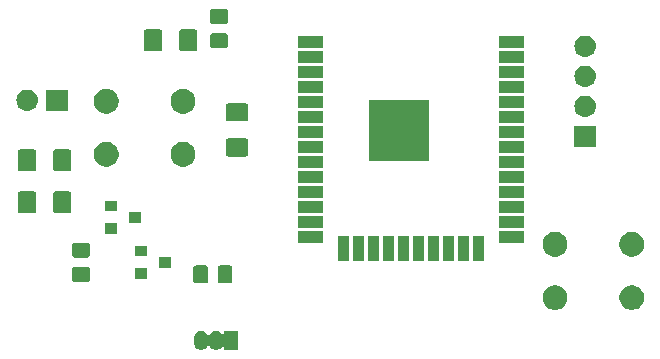
<source format=gbr>
G04 #@! TF.GenerationSoftware,KiCad,Pcbnew,5.1.4-e60b266~84~ubuntu19.04.1*
G04 #@! TF.CreationDate,2019-10-25T19:11:23+03:00*
G04 #@! TF.ProjectId,temp_monitor,74656d70-5f6d-46f6-9e69-746f722e6b69,rev?*
G04 #@! TF.SameCoordinates,Original*
G04 #@! TF.FileFunction,Soldermask,Top*
G04 #@! TF.FilePolarity,Negative*
%FSLAX46Y46*%
G04 Gerber Fmt 4.6, Leading zero omitted, Abs format (unit mm)*
G04 Created by KiCad (PCBNEW 5.1.4-e60b266~84~ubuntu19.04.1) date 2019-10-25 19:11:23*
%MOMM*%
%LPD*%
G04 APERTURE LIST*
%ADD10C,0.100000*%
G04 APERTURE END LIST*
D10*
G36*
X110602916Y-114015334D02*
G01*
X110711492Y-114048271D01*
X110711495Y-114048272D01*
X110747601Y-114067571D01*
X110811557Y-114101756D01*
X110899264Y-114173736D01*
X110962383Y-114250646D01*
X110979702Y-114267965D01*
X111000077Y-114281579D01*
X111022716Y-114290957D01*
X111046749Y-114295737D01*
X111071253Y-114295737D01*
X111095286Y-114290957D01*
X111117925Y-114281579D01*
X111138299Y-114267966D01*
X111155626Y-114250639D01*
X111169240Y-114230264D01*
X111178618Y-114207625D01*
X111183398Y-114183592D01*
X111184000Y-114171340D01*
X111184000Y-114007000D01*
X112336000Y-114007000D01*
X112336000Y-115609000D01*
X111184000Y-115609000D01*
X111184000Y-115444660D01*
X111181598Y-115420274D01*
X111174485Y-115396825D01*
X111162934Y-115375214D01*
X111147389Y-115356272D01*
X111128447Y-115340727D01*
X111106836Y-115329176D01*
X111083387Y-115322063D01*
X111059001Y-115319661D01*
X111034615Y-115322063D01*
X111011166Y-115329176D01*
X110989555Y-115340727D01*
X110962381Y-115365356D01*
X110899264Y-115442264D01*
X110811556Y-115514244D01*
X110747600Y-115548429D01*
X110711494Y-115567728D01*
X110711491Y-115567729D01*
X110602915Y-115600666D01*
X110490000Y-115611787D01*
X110377084Y-115600666D01*
X110268508Y-115567729D01*
X110268505Y-115567728D01*
X110232399Y-115548429D01*
X110168443Y-115514244D01*
X110080736Y-115442264D01*
X110008756Y-115354556D01*
X109965239Y-115273140D01*
X109951625Y-115252766D01*
X109934298Y-115235439D01*
X109913924Y-115221825D01*
X109891285Y-115212448D01*
X109867251Y-115207668D01*
X109842747Y-115207668D01*
X109818714Y-115212449D01*
X109796075Y-115221826D01*
X109775701Y-115235440D01*
X109758374Y-115252767D01*
X109744762Y-115273140D01*
X109701244Y-115354557D01*
X109629264Y-115442264D01*
X109541556Y-115514244D01*
X109477600Y-115548429D01*
X109441494Y-115567728D01*
X109441491Y-115567729D01*
X109332915Y-115600666D01*
X109220000Y-115611787D01*
X109107084Y-115600666D01*
X108998508Y-115567729D01*
X108998505Y-115567728D01*
X108962399Y-115548429D01*
X108898443Y-115514244D01*
X108810736Y-115442264D01*
X108738756Y-115354556D01*
X108695239Y-115273140D01*
X108685272Y-115254494D01*
X108679492Y-115235440D01*
X108652334Y-115145915D01*
X108644000Y-115061297D01*
X108644000Y-114554702D01*
X108652334Y-114470084D01*
X108685271Y-114361508D01*
X108685272Y-114361505D01*
X108738756Y-114261445D01*
X108738757Y-114261443D01*
X108810737Y-114173736D01*
X108898444Y-114101756D01*
X108962400Y-114067571D01*
X108998506Y-114048272D01*
X108998509Y-114048271D01*
X109107085Y-114015334D01*
X109220000Y-114004213D01*
X109332916Y-114015334D01*
X109441492Y-114048271D01*
X109441495Y-114048272D01*
X109477601Y-114067571D01*
X109541557Y-114101756D01*
X109629264Y-114173736D01*
X109701244Y-114261443D01*
X109717019Y-114290957D01*
X109744761Y-114342859D01*
X109758375Y-114363234D01*
X109775702Y-114380561D01*
X109796076Y-114394174D01*
X109818715Y-114403552D01*
X109842748Y-114408332D01*
X109867252Y-114408332D01*
X109891285Y-114403552D01*
X109913924Y-114394174D01*
X109934299Y-114380560D01*
X109951626Y-114363233D01*
X109965239Y-114342859D01*
X110008756Y-114261445D01*
X110008757Y-114261443D01*
X110080737Y-114173736D01*
X110168444Y-114101756D01*
X110232400Y-114067571D01*
X110268506Y-114048272D01*
X110268509Y-114048271D01*
X110377085Y-114015334D01*
X110490000Y-114004213D01*
X110602916Y-114015334D01*
X110602916Y-114015334D01*
G37*
G36*
X139498564Y-110169389D02*
G01*
X139689833Y-110248615D01*
X139689835Y-110248616D01*
X139861973Y-110363635D01*
X140008365Y-110510027D01*
X140123385Y-110682167D01*
X140202611Y-110873436D01*
X140243000Y-111076484D01*
X140243000Y-111283516D01*
X140202611Y-111486564D01*
X140123385Y-111677833D01*
X140123384Y-111677835D01*
X140008365Y-111849973D01*
X139861973Y-111996365D01*
X139689835Y-112111384D01*
X139689834Y-112111385D01*
X139689833Y-112111385D01*
X139498564Y-112190611D01*
X139295516Y-112231000D01*
X139088484Y-112231000D01*
X138885436Y-112190611D01*
X138694167Y-112111385D01*
X138694166Y-112111385D01*
X138694165Y-112111384D01*
X138522027Y-111996365D01*
X138375635Y-111849973D01*
X138260616Y-111677835D01*
X138260615Y-111677833D01*
X138181389Y-111486564D01*
X138141000Y-111283516D01*
X138141000Y-111076484D01*
X138181389Y-110873436D01*
X138260615Y-110682167D01*
X138375635Y-110510027D01*
X138522027Y-110363635D01*
X138694165Y-110248616D01*
X138694167Y-110248615D01*
X138885436Y-110169389D01*
X139088484Y-110129000D01*
X139295516Y-110129000D01*
X139498564Y-110169389D01*
X139498564Y-110169389D01*
G37*
G36*
X145998564Y-110169389D02*
G01*
X146189833Y-110248615D01*
X146189835Y-110248616D01*
X146361973Y-110363635D01*
X146508365Y-110510027D01*
X146623385Y-110682167D01*
X146702611Y-110873436D01*
X146743000Y-111076484D01*
X146743000Y-111283516D01*
X146702611Y-111486564D01*
X146623385Y-111677833D01*
X146623384Y-111677835D01*
X146508365Y-111849973D01*
X146361973Y-111996365D01*
X146189835Y-112111384D01*
X146189834Y-112111385D01*
X146189833Y-112111385D01*
X145998564Y-112190611D01*
X145795516Y-112231000D01*
X145588484Y-112231000D01*
X145385436Y-112190611D01*
X145194167Y-112111385D01*
X145194166Y-112111385D01*
X145194165Y-112111384D01*
X145022027Y-111996365D01*
X144875635Y-111849973D01*
X144760616Y-111677835D01*
X144760615Y-111677833D01*
X144681389Y-111486564D01*
X144641000Y-111283516D01*
X144641000Y-111076484D01*
X144681389Y-110873436D01*
X144760615Y-110682167D01*
X144875635Y-110510027D01*
X145022027Y-110363635D01*
X145194165Y-110248616D01*
X145194167Y-110248615D01*
X145385436Y-110169389D01*
X145588484Y-110129000D01*
X145795516Y-110129000D01*
X145998564Y-110169389D01*
X145998564Y-110169389D01*
G37*
G36*
X109665674Y-108473465D02*
G01*
X109703367Y-108484899D01*
X109738103Y-108503466D01*
X109768548Y-108528452D01*
X109793534Y-108558897D01*
X109812101Y-108593633D01*
X109823535Y-108631326D01*
X109828000Y-108676661D01*
X109828000Y-109763339D01*
X109823535Y-109808674D01*
X109812101Y-109846367D01*
X109793534Y-109881103D01*
X109768548Y-109911548D01*
X109738103Y-109936534D01*
X109703367Y-109955101D01*
X109665674Y-109966535D01*
X109620339Y-109971000D01*
X108783661Y-109971000D01*
X108738326Y-109966535D01*
X108700633Y-109955101D01*
X108665897Y-109936534D01*
X108635452Y-109911548D01*
X108610466Y-109881103D01*
X108591899Y-109846367D01*
X108580465Y-109808674D01*
X108576000Y-109763339D01*
X108576000Y-108676661D01*
X108580465Y-108631326D01*
X108591899Y-108593633D01*
X108610466Y-108558897D01*
X108635452Y-108528452D01*
X108665897Y-108503466D01*
X108700633Y-108484899D01*
X108738326Y-108473465D01*
X108783661Y-108469000D01*
X109620339Y-108469000D01*
X109665674Y-108473465D01*
X109665674Y-108473465D01*
G37*
G36*
X111715674Y-108473465D02*
G01*
X111753367Y-108484899D01*
X111788103Y-108503466D01*
X111818548Y-108528452D01*
X111843534Y-108558897D01*
X111862101Y-108593633D01*
X111873535Y-108631326D01*
X111878000Y-108676661D01*
X111878000Y-109763339D01*
X111873535Y-109808674D01*
X111862101Y-109846367D01*
X111843534Y-109881103D01*
X111818548Y-109911548D01*
X111788103Y-109936534D01*
X111753367Y-109955101D01*
X111715674Y-109966535D01*
X111670339Y-109971000D01*
X110833661Y-109971000D01*
X110788326Y-109966535D01*
X110750633Y-109955101D01*
X110715897Y-109936534D01*
X110685452Y-109911548D01*
X110660466Y-109881103D01*
X110641899Y-109846367D01*
X110630465Y-109808674D01*
X110626000Y-109763339D01*
X110626000Y-108676661D01*
X110630465Y-108631326D01*
X110641899Y-108593633D01*
X110660466Y-108558897D01*
X110685452Y-108528452D01*
X110715897Y-108503466D01*
X110750633Y-108484899D01*
X110788326Y-108473465D01*
X110833661Y-108469000D01*
X111670339Y-108469000D01*
X111715674Y-108473465D01*
X111715674Y-108473465D01*
G37*
G36*
X99648674Y-108598465D02*
G01*
X99686367Y-108609899D01*
X99721103Y-108628466D01*
X99751548Y-108653452D01*
X99776534Y-108683897D01*
X99795101Y-108718633D01*
X99806535Y-108756326D01*
X99811000Y-108801661D01*
X99811000Y-109638339D01*
X99806535Y-109683674D01*
X99795101Y-109721367D01*
X99776534Y-109756103D01*
X99751548Y-109786548D01*
X99721103Y-109811534D01*
X99686367Y-109830101D01*
X99648674Y-109841535D01*
X99603339Y-109846000D01*
X98516661Y-109846000D01*
X98471326Y-109841535D01*
X98433633Y-109830101D01*
X98398897Y-109811534D01*
X98368452Y-109786548D01*
X98343466Y-109756103D01*
X98324899Y-109721367D01*
X98313465Y-109683674D01*
X98309000Y-109638339D01*
X98309000Y-108801661D01*
X98313465Y-108756326D01*
X98324899Y-108718633D01*
X98343466Y-108683897D01*
X98368452Y-108653452D01*
X98398897Y-108628466D01*
X98433633Y-108609899D01*
X98471326Y-108598465D01*
X98516661Y-108594000D01*
X99603339Y-108594000D01*
X99648674Y-108598465D01*
X99648674Y-108598465D01*
G37*
G36*
X104657000Y-109605000D02*
G01*
X103655000Y-109605000D01*
X103655000Y-108703000D01*
X104657000Y-108703000D01*
X104657000Y-109605000D01*
X104657000Y-109605000D01*
G37*
G36*
X106657000Y-108655000D02*
G01*
X105655000Y-108655000D01*
X105655000Y-107753000D01*
X106657000Y-107753000D01*
X106657000Y-108655000D01*
X106657000Y-108655000D01*
G37*
G36*
X121786000Y-108096000D02*
G01*
X120784000Y-108096000D01*
X120784000Y-105994000D01*
X121786000Y-105994000D01*
X121786000Y-108096000D01*
X121786000Y-108096000D01*
G37*
G36*
X126866000Y-108096000D02*
G01*
X125864000Y-108096000D01*
X125864000Y-105994000D01*
X126866000Y-105994000D01*
X126866000Y-108096000D01*
X126866000Y-108096000D01*
G37*
G36*
X128136000Y-108096000D02*
G01*
X127134000Y-108096000D01*
X127134000Y-105994000D01*
X128136000Y-105994000D01*
X128136000Y-108096000D01*
X128136000Y-108096000D01*
G37*
G36*
X129406000Y-108096000D02*
G01*
X128404000Y-108096000D01*
X128404000Y-105994000D01*
X129406000Y-105994000D01*
X129406000Y-108096000D01*
X129406000Y-108096000D01*
G37*
G36*
X130676000Y-108096000D02*
G01*
X129674000Y-108096000D01*
X129674000Y-105994000D01*
X130676000Y-105994000D01*
X130676000Y-108096000D01*
X130676000Y-108096000D01*
G37*
G36*
X131946000Y-108096000D02*
G01*
X130944000Y-108096000D01*
X130944000Y-105994000D01*
X131946000Y-105994000D01*
X131946000Y-108096000D01*
X131946000Y-108096000D01*
G37*
G36*
X133216000Y-108096000D02*
G01*
X132214000Y-108096000D01*
X132214000Y-105994000D01*
X133216000Y-105994000D01*
X133216000Y-108096000D01*
X133216000Y-108096000D01*
G37*
G36*
X124326000Y-108096000D02*
G01*
X123324000Y-108096000D01*
X123324000Y-105994000D01*
X124326000Y-105994000D01*
X124326000Y-108096000D01*
X124326000Y-108096000D01*
G37*
G36*
X123056000Y-108096000D02*
G01*
X122054000Y-108096000D01*
X122054000Y-105994000D01*
X123056000Y-105994000D01*
X123056000Y-108096000D01*
X123056000Y-108096000D01*
G37*
G36*
X125596000Y-108096000D02*
G01*
X124594000Y-108096000D01*
X124594000Y-105994000D01*
X125596000Y-105994000D01*
X125596000Y-108096000D01*
X125596000Y-108096000D01*
G37*
G36*
X99648674Y-106548465D02*
G01*
X99686367Y-106559899D01*
X99721103Y-106578466D01*
X99751548Y-106603452D01*
X99776534Y-106633897D01*
X99795101Y-106668633D01*
X99806535Y-106706326D01*
X99811000Y-106751661D01*
X99811000Y-107588339D01*
X99806535Y-107633674D01*
X99795101Y-107671367D01*
X99776534Y-107706103D01*
X99751548Y-107736548D01*
X99721103Y-107761534D01*
X99686367Y-107780101D01*
X99648674Y-107791535D01*
X99603339Y-107796000D01*
X98516661Y-107796000D01*
X98471326Y-107791535D01*
X98433633Y-107780101D01*
X98398897Y-107761534D01*
X98368452Y-107736548D01*
X98343466Y-107706103D01*
X98324899Y-107671367D01*
X98313465Y-107633674D01*
X98309000Y-107588339D01*
X98309000Y-106751661D01*
X98313465Y-106706326D01*
X98324899Y-106668633D01*
X98343466Y-106633897D01*
X98368452Y-106603452D01*
X98398897Y-106578466D01*
X98433633Y-106559899D01*
X98471326Y-106548465D01*
X98516661Y-106544000D01*
X99603339Y-106544000D01*
X99648674Y-106548465D01*
X99648674Y-106548465D01*
G37*
G36*
X145998564Y-105669389D02*
G01*
X146189833Y-105748615D01*
X146189835Y-105748616D01*
X146361973Y-105863635D01*
X146508365Y-106010027D01*
X146623385Y-106182167D01*
X146702611Y-106373436D01*
X146743000Y-106576484D01*
X146743000Y-106783516D01*
X146702611Y-106986564D01*
X146623385Y-107177833D01*
X146623384Y-107177835D01*
X146508365Y-107349973D01*
X146361973Y-107496365D01*
X146189835Y-107611384D01*
X146189834Y-107611385D01*
X146189833Y-107611385D01*
X145998564Y-107690611D01*
X145795516Y-107731000D01*
X145588484Y-107731000D01*
X145385436Y-107690611D01*
X145194167Y-107611385D01*
X145194166Y-107611385D01*
X145194165Y-107611384D01*
X145022027Y-107496365D01*
X144875635Y-107349973D01*
X144760616Y-107177835D01*
X144760615Y-107177833D01*
X144681389Y-106986564D01*
X144641000Y-106783516D01*
X144641000Y-106576484D01*
X144681389Y-106373436D01*
X144760615Y-106182167D01*
X144875635Y-106010027D01*
X145022027Y-105863635D01*
X145194165Y-105748616D01*
X145194167Y-105748615D01*
X145385436Y-105669389D01*
X145588484Y-105629000D01*
X145795516Y-105629000D01*
X145998564Y-105669389D01*
X145998564Y-105669389D01*
G37*
G36*
X139498564Y-105669389D02*
G01*
X139689833Y-105748615D01*
X139689835Y-105748616D01*
X139861973Y-105863635D01*
X140008365Y-106010027D01*
X140123385Y-106182167D01*
X140202611Y-106373436D01*
X140243000Y-106576484D01*
X140243000Y-106783516D01*
X140202611Y-106986564D01*
X140123385Y-107177833D01*
X140123384Y-107177835D01*
X140008365Y-107349973D01*
X139861973Y-107496365D01*
X139689835Y-107611384D01*
X139689834Y-107611385D01*
X139689833Y-107611385D01*
X139498564Y-107690611D01*
X139295516Y-107731000D01*
X139088484Y-107731000D01*
X138885436Y-107690611D01*
X138694167Y-107611385D01*
X138694166Y-107611385D01*
X138694165Y-107611384D01*
X138522027Y-107496365D01*
X138375635Y-107349973D01*
X138260616Y-107177835D01*
X138260615Y-107177833D01*
X138181389Y-106986564D01*
X138141000Y-106783516D01*
X138141000Y-106576484D01*
X138181389Y-106373436D01*
X138260615Y-106182167D01*
X138375635Y-106010027D01*
X138522027Y-105863635D01*
X138694165Y-105748616D01*
X138694167Y-105748615D01*
X138885436Y-105669389D01*
X139088484Y-105629000D01*
X139295516Y-105629000D01*
X139498564Y-105669389D01*
X139498564Y-105669389D01*
G37*
G36*
X104657000Y-107705000D02*
G01*
X103655000Y-107705000D01*
X103655000Y-106803000D01*
X104657000Y-106803000D01*
X104657000Y-107705000D01*
X104657000Y-107705000D01*
G37*
G36*
X136551000Y-106546000D02*
G01*
X134449000Y-106546000D01*
X134449000Y-105544000D01*
X136551000Y-105544000D01*
X136551000Y-106546000D01*
X136551000Y-106546000D01*
G37*
G36*
X119551000Y-106546000D02*
G01*
X117449000Y-106546000D01*
X117449000Y-105544000D01*
X119551000Y-105544000D01*
X119551000Y-106546000D01*
X119551000Y-106546000D01*
G37*
G36*
X102117000Y-105795000D02*
G01*
X101115000Y-105795000D01*
X101115000Y-104893000D01*
X102117000Y-104893000D01*
X102117000Y-105795000D01*
X102117000Y-105795000D01*
G37*
G36*
X136551000Y-105276000D02*
G01*
X134449000Y-105276000D01*
X134449000Y-104274000D01*
X136551000Y-104274000D01*
X136551000Y-105276000D01*
X136551000Y-105276000D01*
G37*
G36*
X119551000Y-105276000D02*
G01*
X117449000Y-105276000D01*
X117449000Y-104274000D01*
X119551000Y-104274000D01*
X119551000Y-105276000D01*
X119551000Y-105276000D01*
G37*
G36*
X104117000Y-104845000D02*
G01*
X103115000Y-104845000D01*
X103115000Y-103943000D01*
X104117000Y-103943000D01*
X104117000Y-104845000D01*
X104117000Y-104845000D01*
G37*
G36*
X98076062Y-102202181D02*
G01*
X98110981Y-102212774D01*
X98143163Y-102229976D01*
X98171373Y-102253127D01*
X98194524Y-102281337D01*
X98211726Y-102313519D01*
X98222319Y-102348438D01*
X98226500Y-102390895D01*
X98226500Y-103857105D01*
X98222319Y-103899562D01*
X98211726Y-103934481D01*
X98194524Y-103966663D01*
X98171373Y-103994873D01*
X98143163Y-104018024D01*
X98110981Y-104035226D01*
X98076062Y-104045819D01*
X98033605Y-104050000D01*
X96892395Y-104050000D01*
X96849938Y-104045819D01*
X96815019Y-104035226D01*
X96782837Y-104018024D01*
X96754627Y-103994873D01*
X96731476Y-103966663D01*
X96714274Y-103934481D01*
X96703681Y-103899562D01*
X96699500Y-103857105D01*
X96699500Y-102390895D01*
X96703681Y-102348438D01*
X96714274Y-102313519D01*
X96731476Y-102281337D01*
X96754627Y-102253127D01*
X96782837Y-102229976D01*
X96815019Y-102212774D01*
X96849938Y-102202181D01*
X96892395Y-102198000D01*
X98033605Y-102198000D01*
X98076062Y-102202181D01*
X98076062Y-102202181D01*
G37*
G36*
X95101062Y-102202181D02*
G01*
X95135981Y-102212774D01*
X95168163Y-102229976D01*
X95196373Y-102253127D01*
X95219524Y-102281337D01*
X95236726Y-102313519D01*
X95247319Y-102348438D01*
X95251500Y-102390895D01*
X95251500Y-103857105D01*
X95247319Y-103899562D01*
X95236726Y-103934481D01*
X95219524Y-103966663D01*
X95196373Y-103994873D01*
X95168163Y-104018024D01*
X95135981Y-104035226D01*
X95101062Y-104045819D01*
X95058605Y-104050000D01*
X93917395Y-104050000D01*
X93874938Y-104045819D01*
X93840019Y-104035226D01*
X93807837Y-104018024D01*
X93779627Y-103994873D01*
X93756476Y-103966663D01*
X93739274Y-103934481D01*
X93728681Y-103899562D01*
X93724500Y-103857105D01*
X93724500Y-102390895D01*
X93728681Y-102348438D01*
X93739274Y-102313519D01*
X93756476Y-102281337D01*
X93779627Y-102253127D01*
X93807837Y-102229976D01*
X93840019Y-102212774D01*
X93874938Y-102202181D01*
X93917395Y-102198000D01*
X95058605Y-102198000D01*
X95101062Y-102202181D01*
X95101062Y-102202181D01*
G37*
G36*
X119551000Y-104006000D02*
G01*
X117449000Y-104006000D01*
X117449000Y-103004000D01*
X119551000Y-103004000D01*
X119551000Y-104006000D01*
X119551000Y-104006000D01*
G37*
G36*
X136551000Y-104006000D02*
G01*
X134449000Y-104006000D01*
X134449000Y-103004000D01*
X136551000Y-103004000D01*
X136551000Y-104006000D01*
X136551000Y-104006000D01*
G37*
G36*
X102117000Y-103895000D02*
G01*
X101115000Y-103895000D01*
X101115000Y-102993000D01*
X102117000Y-102993000D01*
X102117000Y-103895000D01*
X102117000Y-103895000D01*
G37*
G36*
X136551000Y-102736000D02*
G01*
X134449000Y-102736000D01*
X134449000Y-101734000D01*
X136551000Y-101734000D01*
X136551000Y-102736000D01*
X136551000Y-102736000D01*
G37*
G36*
X119551000Y-102736000D02*
G01*
X117449000Y-102736000D01*
X117449000Y-101734000D01*
X119551000Y-101734000D01*
X119551000Y-102736000D01*
X119551000Y-102736000D01*
G37*
G36*
X119551000Y-101466000D02*
G01*
X117449000Y-101466000D01*
X117449000Y-100464000D01*
X119551000Y-100464000D01*
X119551000Y-101466000D01*
X119551000Y-101466000D01*
G37*
G36*
X136551000Y-101466000D02*
G01*
X134449000Y-101466000D01*
X134449000Y-100464000D01*
X136551000Y-100464000D01*
X136551000Y-101466000D01*
X136551000Y-101466000D01*
G37*
G36*
X98076062Y-98646181D02*
G01*
X98110981Y-98656774D01*
X98143163Y-98673976D01*
X98171373Y-98697127D01*
X98194524Y-98725337D01*
X98211726Y-98757519D01*
X98222319Y-98792438D01*
X98226500Y-98834895D01*
X98226500Y-100301105D01*
X98222319Y-100343562D01*
X98211726Y-100378481D01*
X98194524Y-100410663D01*
X98171373Y-100438873D01*
X98143163Y-100462024D01*
X98110981Y-100479226D01*
X98076062Y-100489819D01*
X98033605Y-100494000D01*
X96892395Y-100494000D01*
X96849938Y-100489819D01*
X96815019Y-100479226D01*
X96782837Y-100462024D01*
X96754627Y-100438873D01*
X96731476Y-100410663D01*
X96714274Y-100378481D01*
X96703681Y-100343562D01*
X96699500Y-100301105D01*
X96699500Y-98834895D01*
X96703681Y-98792438D01*
X96714274Y-98757519D01*
X96731476Y-98725337D01*
X96754627Y-98697127D01*
X96782837Y-98673976D01*
X96815019Y-98656774D01*
X96849938Y-98646181D01*
X96892395Y-98642000D01*
X98033605Y-98642000D01*
X98076062Y-98646181D01*
X98076062Y-98646181D01*
G37*
G36*
X95101062Y-98646181D02*
G01*
X95135981Y-98656774D01*
X95168163Y-98673976D01*
X95196373Y-98697127D01*
X95219524Y-98725337D01*
X95236726Y-98757519D01*
X95247319Y-98792438D01*
X95251500Y-98834895D01*
X95251500Y-100301105D01*
X95247319Y-100343562D01*
X95236726Y-100378481D01*
X95219524Y-100410663D01*
X95196373Y-100438873D01*
X95168163Y-100462024D01*
X95135981Y-100479226D01*
X95101062Y-100489819D01*
X95058605Y-100494000D01*
X93917395Y-100494000D01*
X93874938Y-100489819D01*
X93840019Y-100479226D01*
X93807837Y-100462024D01*
X93779627Y-100438873D01*
X93756476Y-100410663D01*
X93739274Y-100378481D01*
X93728681Y-100343562D01*
X93724500Y-100301105D01*
X93724500Y-98834895D01*
X93728681Y-98792438D01*
X93739274Y-98757519D01*
X93756476Y-98725337D01*
X93779627Y-98697127D01*
X93807837Y-98673976D01*
X93840019Y-98656774D01*
X93874938Y-98646181D01*
X93917395Y-98642000D01*
X95058605Y-98642000D01*
X95101062Y-98646181D01*
X95101062Y-98646181D01*
G37*
G36*
X136551000Y-100196000D02*
G01*
X134449000Y-100196000D01*
X134449000Y-99194000D01*
X136551000Y-99194000D01*
X136551000Y-100196000D01*
X136551000Y-100196000D01*
G37*
G36*
X119551000Y-100196000D02*
G01*
X117449000Y-100196000D01*
X117449000Y-99194000D01*
X119551000Y-99194000D01*
X119551000Y-100196000D01*
X119551000Y-100196000D01*
G37*
G36*
X101502564Y-98049389D02*
G01*
X101693833Y-98128615D01*
X101693835Y-98128616D01*
X101865973Y-98243635D01*
X102012365Y-98390027D01*
X102127385Y-98562167D01*
X102206611Y-98753436D01*
X102247000Y-98956484D01*
X102247000Y-99163516D01*
X102206611Y-99366564D01*
X102127385Y-99557833D01*
X102127384Y-99557835D01*
X102012365Y-99729973D01*
X101865973Y-99876365D01*
X101693835Y-99991384D01*
X101693834Y-99991385D01*
X101693833Y-99991385D01*
X101502564Y-100070611D01*
X101299516Y-100111000D01*
X101092484Y-100111000D01*
X100889436Y-100070611D01*
X100698167Y-99991385D01*
X100698166Y-99991385D01*
X100698165Y-99991384D01*
X100526027Y-99876365D01*
X100379635Y-99729973D01*
X100264616Y-99557835D01*
X100264615Y-99557833D01*
X100185389Y-99366564D01*
X100145000Y-99163516D01*
X100145000Y-98956484D01*
X100185389Y-98753436D01*
X100264615Y-98562167D01*
X100379635Y-98390027D01*
X100526027Y-98243635D01*
X100698165Y-98128616D01*
X100698167Y-98128615D01*
X100889436Y-98049389D01*
X101092484Y-98009000D01*
X101299516Y-98009000D01*
X101502564Y-98049389D01*
X101502564Y-98049389D01*
G37*
G36*
X108002564Y-98049389D02*
G01*
X108193833Y-98128615D01*
X108193835Y-98128616D01*
X108365973Y-98243635D01*
X108512365Y-98390027D01*
X108627385Y-98562167D01*
X108706611Y-98753436D01*
X108747000Y-98956484D01*
X108747000Y-99163516D01*
X108706611Y-99366564D01*
X108627385Y-99557833D01*
X108627384Y-99557835D01*
X108512365Y-99729973D01*
X108365973Y-99876365D01*
X108193835Y-99991384D01*
X108193834Y-99991385D01*
X108193833Y-99991385D01*
X108002564Y-100070611D01*
X107799516Y-100111000D01*
X107592484Y-100111000D01*
X107389436Y-100070611D01*
X107198167Y-99991385D01*
X107198166Y-99991385D01*
X107198165Y-99991384D01*
X107026027Y-99876365D01*
X106879635Y-99729973D01*
X106764616Y-99557835D01*
X106764615Y-99557833D01*
X106685389Y-99366564D01*
X106645000Y-99163516D01*
X106645000Y-98956484D01*
X106685389Y-98753436D01*
X106764615Y-98562167D01*
X106879635Y-98390027D01*
X107026027Y-98243635D01*
X107198165Y-98128616D01*
X107198167Y-98128615D01*
X107389436Y-98049389D01*
X107592484Y-98009000D01*
X107799516Y-98009000D01*
X108002564Y-98049389D01*
X108002564Y-98049389D01*
G37*
G36*
X128551000Y-99586000D02*
G01*
X123449000Y-99586000D01*
X123449000Y-94484000D01*
X128551000Y-94484000D01*
X128551000Y-99586000D01*
X128551000Y-99586000D01*
G37*
G36*
X113043562Y-97719681D02*
G01*
X113078481Y-97730274D01*
X113110663Y-97747476D01*
X113138873Y-97770627D01*
X113162024Y-97798837D01*
X113179226Y-97831019D01*
X113189819Y-97865938D01*
X113194000Y-97908395D01*
X113194000Y-99049605D01*
X113189819Y-99092062D01*
X113179226Y-99126981D01*
X113162024Y-99159163D01*
X113138873Y-99187373D01*
X113110663Y-99210524D01*
X113078481Y-99227726D01*
X113043562Y-99238319D01*
X113001105Y-99242500D01*
X111534895Y-99242500D01*
X111492438Y-99238319D01*
X111457519Y-99227726D01*
X111425337Y-99210524D01*
X111397127Y-99187373D01*
X111373976Y-99159163D01*
X111356774Y-99126981D01*
X111346181Y-99092062D01*
X111342000Y-99049605D01*
X111342000Y-97908395D01*
X111346181Y-97865938D01*
X111356774Y-97831019D01*
X111373976Y-97798837D01*
X111397127Y-97770627D01*
X111425337Y-97747476D01*
X111457519Y-97730274D01*
X111492438Y-97719681D01*
X111534895Y-97715500D01*
X113001105Y-97715500D01*
X113043562Y-97719681D01*
X113043562Y-97719681D01*
G37*
G36*
X119551000Y-98926000D02*
G01*
X117449000Y-98926000D01*
X117449000Y-97924000D01*
X119551000Y-97924000D01*
X119551000Y-98926000D01*
X119551000Y-98926000D01*
G37*
G36*
X136551000Y-98926000D02*
G01*
X134449000Y-98926000D01*
X134449000Y-97924000D01*
X136551000Y-97924000D01*
X136551000Y-98926000D01*
X136551000Y-98926000D01*
G37*
G36*
X142633000Y-98437000D02*
G01*
X140831000Y-98437000D01*
X140831000Y-96635000D01*
X142633000Y-96635000D01*
X142633000Y-98437000D01*
X142633000Y-98437000D01*
G37*
G36*
X136551000Y-97656000D02*
G01*
X134449000Y-97656000D01*
X134449000Y-96654000D01*
X136551000Y-96654000D01*
X136551000Y-97656000D01*
X136551000Y-97656000D01*
G37*
G36*
X119551000Y-97656000D02*
G01*
X117449000Y-97656000D01*
X117449000Y-96654000D01*
X119551000Y-96654000D01*
X119551000Y-97656000D01*
X119551000Y-97656000D01*
G37*
G36*
X119551000Y-96386000D02*
G01*
X117449000Y-96386000D01*
X117449000Y-95384000D01*
X119551000Y-95384000D01*
X119551000Y-96386000D01*
X119551000Y-96386000D01*
G37*
G36*
X136551000Y-96386000D02*
G01*
X134449000Y-96386000D01*
X134449000Y-95384000D01*
X136551000Y-95384000D01*
X136551000Y-96386000D01*
X136551000Y-96386000D01*
G37*
G36*
X113043562Y-94744681D02*
G01*
X113078481Y-94755274D01*
X113110663Y-94772476D01*
X113138873Y-94795627D01*
X113162024Y-94823837D01*
X113179226Y-94856019D01*
X113189819Y-94890938D01*
X113194000Y-94933395D01*
X113194000Y-96074605D01*
X113189819Y-96117062D01*
X113179226Y-96151981D01*
X113162024Y-96184163D01*
X113138873Y-96212373D01*
X113110663Y-96235524D01*
X113078481Y-96252726D01*
X113043562Y-96263319D01*
X113001105Y-96267500D01*
X111534895Y-96267500D01*
X111492438Y-96263319D01*
X111457519Y-96252726D01*
X111425337Y-96235524D01*
X111397127Y-96212373D01*
X111373976Y-96184163D01*
X111356774Y-96151981D01*
X111346181Y-96117062D01*
X111342000Y-96074605D01*
X111342000Y-94933395D01*
X111346181Y-94890938D01*
X111356774Y-94856019D01*
X111373976Y-94823837D01*
X111397127Y-94795627D01*
X111425337Y-94772476D01*
X111457519Y-94755274D01*
X111492438Y-94744681D01*
X111534895Y-94740500D01*
X113001105Y-94740500D01*
X113043562Y-94744681D01*
X113043562Y-94744681D01*
G37*
G36*
X141842442Y-94101518D02*
G01*
X141908627Y-94108037D01*
X142078466Y-94159557D01*
X142234991Y-94243222D01*
X142270729Y-94272552D01*
X142372186Y-94355814D01*
X142454804Y-94456486D01*
X142484778Y-94493009D01*
X142568443Y-94649534D01*
X142619963Y-94819373D01*
X142637359Y-94996000D01*
X142619963Y-95172627D01*
X142573910Y-95324443D01*
X142568442Y-95342468D01*
X142546242Y-95384000D01*
X142484778Y-95498991D01*
X142455448Y-95534729D01*
X142372186Y-95636186D01*
X142270729Y-95719448D01*
X142234991Y-95748778D01*
X142078466Y-95832443D01*
X141908627Y-95883963D01*
X141842442Y-95890482D01*
X141776260Y-95897000D01*
X141687740Y-95897000D01*
X141621557Y-95890481D01*
X141555373Y-95883963D01*
X141385534Y-95832443D01*
X141229009Y-95748778D01*
X141193271Y-95719448D01*
X141091814Y-95636186D01*
X141008552Y-95534729D01*
X140979222Y-95498991D01*
X140917758Y-95384000D01*
X140895558Y-95342468D01*
X140890090Y-95324443D01*
X140844037Y-95172627D01*
X140826641Y-94996000D01*
X140844037Y-94819373D01*
X140895557Y-94649534D01*
X140979222Y-94493009D01*
X141009196Y-94456486D01*
X141091814Y-94355814D01*
X141193271Y-94272552D01*
X141229009Y-94243222D01*
X141385534Y-94159557D01*
X141555373Y-94108037D01*
X141621558Y-94101518D01*
X141687740Y-94095000D01*
X141776260Y-94095000D01*
X141842442Y-94101518D01*
X141842442Y-94101518D01*
G37*
G36*
X108002564Y-93549389D02*
G01*
X108124839Y-93600037D01*
X108193835Y-93628616D01*
X108228170Y-93651558D01*
X108365973Y-93743635D01*
X108512365Y-93890027D01*
X108627385Y-94062167D01*
X108706611Y-94253436D01*
X108747000Y-94456484D01*
X108747000Y-94663516D01*
X108706611Y-94866564D01*
X108652997Y-94996000D01*
X108627384Y-95057835D01*
X108512365Y-95229973D01*
X108365973Y-95376365D01*
X108193835Y-95491384D01*
X108193834Y-95491385D01*
X108193833Y-95491385D01*
X108002564Y-95570611D01*
X107799516Y-95611000D01*
X107592484Y-95611000D01*
X107389436Y-95570611D01*
X107198167Y-95491385D01*
X107198166Y-95491385D01*
X107198165Y-95491384D01*
X107026027Y-95376365D01*
X106879635Y-95229973D01*
X106764616Y-95057835D01*
X106739003Y-94996000D01*
X106685389Y-94866564D01*
X106645000Y-94663516D01*
X106645000Y-94456484D01*
X106685389Y-94253436D01*
X106764615Y-94062167D01*
X106879635Y-93890027D01*
X107026027Y-93743635D01*
X107163830Y-93651558D01*
X107198165Y-93628616D01*
X107267161Y-93600037D01*
X107389436Y-93549389D01*
X107592484Y-93509000D01*
X107799516Y-93509000D01*
X108002564Y-93549389D01*
X108002564Y-93549389D01*
G37*
G36*
X101502564Y-93549389D02*
G01*
X101624839Y-93600037D01*
X101693835Y-93628616D01*
X101728170Y-93651558D01*
X101865973Y-93743635D01*
X102012365Y-93890027D01*
X102127385Y-94062167D01*
X102206611Y-94253436D01*
X102247000Y-94456484D01*
X102247000Y-94663516D01*
X102206611Y-94866564D01*
X102152997Y-94996000D01*
X102127384Y-95057835D01*
X102012365Y-95229973D01*
X101865973Y-95376365D01*
X101693835Y-95491384D01*
X101693834Y-95491385D01*
X101693833Y-95491385D01*
X101502564Y-95570611D01*
X101299516Y-95611000D01*
X101092484Y-95611000D01*
X100889436Y-95570611D01*
X100698167Y-95491385D01*
X100698166Y-95491385D01*
X100698165Y-95491384D01*
X100526027Y-95376365D01*
X100379635Y-95229973D01*
X100264616Y-95057835D01*
X100239003Y-94996000D01*
X100185389Y-94866564D01*
X100145000Y-94663516D01*
X100145000Y-94456484D01*
X100185389Y-94253436D01*
X100264615Y-94062167D01*
X100379635Y-93890027D01*
X100526027Y-93743635D01*
X100663830Y-93651558D01*
X100698165Y-93628616D01*
X100767161Y-93600037D01*
X100889436Y-93549389D01*
X101092484Y-93509000D01*
X101299516Y-93509000D01*
X101502564Y-93549389D01*
X101502564Y-93549389D01*
G37*
G36*
X97929000Y-95389000D02*
G01*
X96127000Y-95389000D01*
X96127000Y-93587000D01*
X97929000Y-93587000D01*
X97929000Y-95389000D01*
X97929000Y-95389000D01*
G37*
G36*
X94598442Y-93593518D02*
G01*
X94664627Y-93600037D01*
X94834466Y-93651557D01*
X94990991Y-93735222D01*
X95001242Y-93743635D01*
X95128186Y-93847814D01*
X95211448Y-93949271D01*
X95240778Y-93985009D01*
X95324443Y-94141534D01*
X95375963Y-94311373D01*
X95393359Y-94488000D01*
X95375963Y-94664627D01*
X95324443Y-94834466D01*
X95240778Y-94990991D01*
X95211448Y-95026729D01*
X95128186Y-95128186D01*
X95026729Y-95211448D01*
X94990991Y-95240778D01*
X94834466Y-95324443D01*
X94664627Y-95375963D01*
X94598443Y-95382481D01*
X94532260Y-95389000D01*
X94443740Y-95389000D01*
X94377557Y-95382481D01*
X94311373Y-95375963D01*
X94141534Y-95324443D01*
X93985009Y-95240778D01*
X93949271Y-95211448D01*
X93847814Y-95128186D01*
X93764552Y-95026729D01*
X93735222Y-94990991D01*
X93651557Y-94834466D01*
X93600037Y-94664627D01*
X93582641Y-94488000D01*
X93600037Y-94311373D01*
X93651557Y-94141534D01*
X93735222Y-93985009D01*
X93764552Y-93949271D01*
X93847814Y-93847814D01*
X93974758Y-93743635D01*
X93985009Y-93735222D01*
X94141534Y-93651557D01*
X94311373Y-93600037D01*
X94377558Y-93593518D01*
X94443740Y-93587000D01*
X94532260Y-93587000D01*
X94598442Y-93593518D01*
X94598442Y-93593518D01*
G37*
G36*
X119551000Y-95116000D02*
G01*
X117449000Y-95116000D01*
X117449000Y-94114000D01*
X119551000Y-94114000D01*
X119551000Y-95116000D01*
X119551000Y-95116000D01*
G37*
G36*
X136551000Y-95116000D02*
G01*
X134449000Y-95116000D01*
X134449000Y-94114000D01*
X136551000Y-94114000D01*
X136551000Y-95116000D01*
X136551000Y-95116000D01*
G37*
G36*
X136551000Y-93846000D02*
G01*
X134449000Y-93846000D01*
X134449000Y-92844000D01*
X136551000Y-92844000D01*
X136551000Y-93846000D01*
X136551000Y-93846000D01*
G37*
G36*
X119551000Y-93846000D02*
G01*
X117449000Y-93846000D01*
X117449000Y-92844000D01*
X119551000Y-92844000D01*
X119551000Y-93846000D01*
X119551000Y-93846000D01*
G37*
G36*
X141842443Y-91561519D02*
G01*
X141908627Y-91568037D01*
X142078466Y-91619557D01*
X142234991Y-91703222D01*
X142270729Y-91732552D01*
X142372186Y-91815814D01*
X142455448Y-91917271D01*
X142484778Y-91953009D01*
X142568443Y-92109534D01*
X142619963Y-92279373D01*
X142637359Y-92456000D01*
X142619963Y-92632627D01*
X142568443Y-92802466D01*
X142484778Y-92958991D01*
X142455448Y-92994729D01*
X142372186Y-93096186D01*
X142270729Y-93179448D01*
X142234991Y-93208778D01*
X142078466Y-93292443D01*
X141908627Y-93343963D01*
X141842442Y-93350482D01*
X141776260Y-93357000D01*
X141687740Y-93357000D01*
X141621558Y-93350482D01*
X141555373Y-93343963D01*
X141385534Y-93292443D01*
X141229009Y-93208778D01*
X141193271Y-93179448D01*
X141091814Y-93096186D01*
X141008552Y-92994729D01*
X140979222Y-92958991D01*
X140895557Y-92802466D01*
X140844037Y-92632627D01*
X140826641Y-92456000D01*
X140844037Y-92279373D01*
X140895557Y-92109534D01*
X140979222Y-91953009D01*
X141008552Y-91917271D01*
X141091814Y-91815814D01*
X141193271Y-91732552D01*
X141229009Y-91703222D01*
X141385534Y-91619557D01*
X141555373Y-91568037D01*
X141621557Y-91561519D01*
X141687740Y-91555000D01*
X141776260Y-91555000D01*
X141842443Y-91561519D01*
X141842443Y-91561519D01*
G37*
G36*
X119551000Y-92576000D02*
G01*
X117449000Y-92576000D01*
X117449000Y-91574000D01*
X119551000Y-91574000D01*
X119551000Y-92576000D01*
X119551000Y-92576000D01*
G37*
G36*
X136551000Y-92576000D02*
G01*
X134449000Y-92576000D01*
X134449000Y-91574000D01*
X136551000Y-91574000D01*
X136551000Y-92576000D01*
X136551000Y-92576000D01*
G37*
G36*
X136551000Y-91306000D02*
G01*
X134449000Y-91306000D01*
X134449000Y-90304000D01*
X136551000Y-90304000D01*
X136551000Y-91306000D01*
X136551000Y-91306000D01*
G37*
G36*
X119551000Y-91306000D02*
G01*
X117449000Y-91306000D01*
X117449000Y-90304000D01*
X119551000Y-90304000D01*
X119551000Y-91306000D01*
X119551000Y-91306000D01*
G37*
G36*
X141842442Y-89021518D02*
G01*
X141908627Y-89028037D01*
X142078466Y-89079557D01*
X142234991Y-89163222D01*
X142270729Y-89192552D01*
X142372186Y-89275814D01*
X142455448Y-89377271D01*
X142484778Y-89413009D01*
X142568443Y-89569534D01*
X142619963Y-89739373D01*
X142637359Y-89916000D01*
X142619963Y-90092627D01*
X142568443Y-90262466D01*
X142484778Y-90418991D01*
X142455448Y-90454729D01*
X142372186Y-90556186D01*
X142270729Y-90639448D01*
X142234991Y-90668778D01*
X142078466Y-90752443D01*
X141908627Y-90803963D01*
X141842443Y-90810481D01*
X141776260Y-90817000D01*
X141687740Y-90817000D01*
X141621557Y-90810481D01*
X141555373Y-90803963D01*
X141385534Y-90752443D01*
X141229009Y-90668778D01*
X141193271Y-90639448D01*
X141091814Y-90556186D01*
X141008552Y-90454729D01*
X140979222Y-90418991D01*
X140895557Y-90262466D01*
X140844037Y-90092627D01*
X140826641Y-89916000D01*
X140844037Y-89739373D01*
X140895557Y-89569534D01*
X140979222Y-89413009D01*
X141008552Y-89377271D01*
X141091814Y-89275814D01*
X141193271Y-89192552D01*
X141229009Y-89163222D01*
X141385534Y-89079557D01*
X141555373Y-89028037D01*
X141621558Y-89021518D01*
X141687740Y-89015000D01*
X141776260Y-89015000D01*
X141842442Y-89021518D01*
X141842442Y-89021518D01*
G37*
G36*
X105769062Y-88486181D02*
G01*
X105803981Y-88496774D01*
X105836163Y-88513976D01*
X105864373Y-88537127D01*
X105887524Y-88565337D01*
X105904726Y-88597519D01*
X105915319Y-88632438D01*
X105919500Y-88674895D01*
X105919500Y-90141105D01*
X105915319Y-90183562D01*
X105904726Y-90218481D01*
X105887524Y-90250663D01*
X105864373Y-90278873D01*
X105836163Y-90302024D01*
X105803981Y-90319226D01*
X105769062Y-90329819D01*
X105726605Y-90334000D01*
X104585395Y-90334000D01*
X104542938Y-90329819D01*
X104508019Y-90319226D01*
X104475837Y-90302024D01*
X104447627Y-90278873D01*
X104424476Y-90250663D01*
X104407274Y-90218481D01*
X104396681Y-90183562D01*
X104392500Y-90141105D01*
X104392500Y-88674895D01*
X104396681Y-88632438D01*
X104407274Y-88597519D01*
X104424476Y-88565337D01*
X104447627Y-88537127D01*
X104475837Y-88513976D01*
X104508019Y-88496774D01*
X104542938Y-88486181D01*
X104585395Y-88482000D01*
X105726605Y-88482000D01*
X105769062Y-88486181D01*
X105769062Y-88486181D01*
G37*
G36*
X108744062Y-88486181D02*
G01*
X108778981Y-88496774D01*
X108811163Y-88513976D01*
X108839373Y-88537127D01*
X108862524Y-88565337D01*
X108879726Y-88597519D01*
X108890319Y-88632438D01*
X108894500Y-88674895D01*
X108894500Y-90141105D01*
X108890319Y-90183562D01*
X108879726Y-90218481D01*
X108862524Y-90250663D01*
X108839373Y-90278873D01*
X108811163Y-90302024D01*
X108778981Y-90319226D01*
X108744062Y-90329819D01*
X108701605Y-90334000D01*
X107560395Y-90334000D01*
X107517938Y-90329819D01*
X107483019Y-90319226D01*
X107450837Y-90302024D01*
X107422627Y-90278873D01*
X107399476Y-90250663D01*
X107382274Y-90218481D01*
X107371681Y-90183562D01*
X107367500Y-90141105D01*
X107367500Y-88674895D01*
X107371681Y-88632438D01*
X107382274Y-88597519D01*
X107399476Y-88565337D01*
X107422627Y-88537127D01*
X107450837Y-88513976D01*
X107483019Y-88496774D01*
X107517938Y-88486181D01*
X107560395Y-88482000D01*
X108701605Y-88482000D01*
X108744062Y-88486181D01*
X108744062Y-88486181D01*
G37*
G36*
X111332674Y-88804465D02*
G01*
X111370367Y-88815899D01*
X111405103Y-88834466D01*
X111435548Y-88859452D01*
X111460534Y-88889897D01*
X111479101Y-88924633D01*
X111490535Y-88962326D01*
X111495000Y-89007661D01*
X111495000Y-89844339D01*
X111490535Y-89889674D01*
X111479101Y-89927367D01*
X111460534Y-89962103D01*
X111435548Y-89992548D01*
X111405103Y-90017534D01*
X111370367Y-90036101D01*
X111332674Y-90047535D01*
X111287339Y-90052000D01*
X110200661Y-90052000D01*
X110155326Y-90047535D01*
X110117633Y-90036101D01*
X110082897Y-90017534D01*
X110052452Y-89992548D01*
X110027466Y-89962103D01*
X110008899Y-89927367D01*
X109997465Y-89889674D01*
X109993000Y-89844339D01*
X109993000Y-89007661D01*
X109997465Y-88962326D01*
X110008899Y-88924633D01*
X110027466Y-88889897D01*
X110052452Y-88859452D01*
X110082897Y-88834466D01*
X110117633Y-88815899D01*
X110155326Y-88804465D01*
X110200661Y-88800000D01*
X111287339Y-88800000D01*
X111332674Y-88804465D01*
X111332674Y-88804465D01*
G37*
G36*
X136551000Y-90036000D02*
G01*
X134449000Y-90036000D01*
X134449000Y-89034000D01*
X136551000Y-89034000D01*
X136551000Y-90036000D01*
X136551000Y-90036000D01*
G37*
G36*
X119551000Y-90036000D02*
G01*
X117449000Y-90036000D01*
X117449000Y-89034000D01*
X119551000Y-89034000D01*
X119551000Y-90036000D01*
X119551000Y-90036000D01*
G37*
G36*
X111332674Y-86754465D02*
G01*
X111370367Y-86765899D01*
X111405103Y-86784466D01*
X111435548Y-86809452D01*
X111460534Y-86839897D01*
X111479101Y-86874633D01*
X111490535Y-86912326D01*
X111495000Y-86957661D01*
X111495000Y-87794339D01*
X111490535Y-87839674D01*
X111479101Y-87877367D01*
X111460534Y-87912103D01*
X111435548Y-87942548D01*
X111405103Y-87967534D01*
X111370367Y-87986101D01*
X111332674Y-87997535D01*
X111287339Y-88002000D01*
X110200661Y-88002000D01*
X110155326Y-87997535D01*
X110117633Y-87986101D01*
X110082897Y-87967534D01*
X110052452Y-87942548D01*
X110027466Y-87912103D01*
X110008899Y-87877367D01*
X109997465Y-87839674D01*
X109993000Y-87794339D01*
X109993000Y-86957661D01*
X109997465Y-86912326D01*
X110008899Y-86874633D01*
X110027466Y-86839897D01*
X110052452Y-86809452D01*
X110082897Y-86784466D01*
X110117633Y-86765899D01*
X110155326Y-86754465D01*
X110200661Y-86750000D01*
X111287339Y-86750000D01*
X111332674Y-86754465D01*
X111332674Y-86754465D01*
G37*
M02*

</source>
